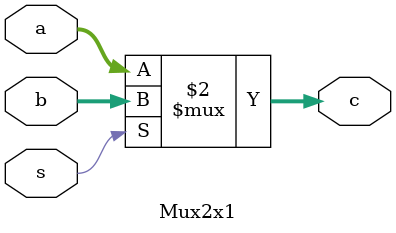
<source format=v>
`timescale 1ns / 1ps


module Mux2x1 (input [31:0] a, b, input s, output [31:0] c);
    assign c = (s == 0)? a: b;
endmodule


</source>
